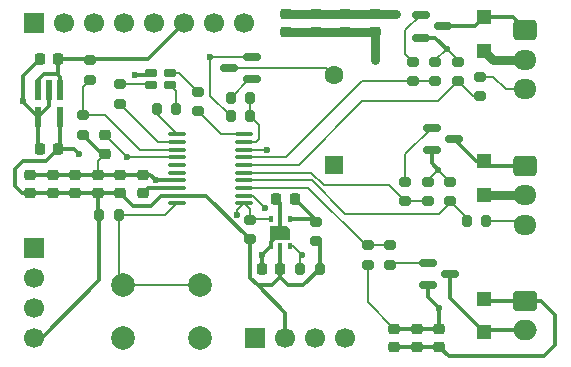
<source format=gtl>
%TF.GenerationSoftware,KiCad,Pcbnew,9.0.6*%
%TF.CreationDate,2025-11-13T00:04:26-05:00*%
%TF.ProjectId,mask-board,6d61736b-2d62-46f6-9172-642e6b696361,rev?*%
%TF.SameCoordinates,Original*%
%TF.FileFunction,Copper,L1,Top*%
%TF.FilePolarity,Positive*%
%FSLAX46Y46*%
G04 Gerber Fmt 4.6, Leading zero omitted, Abs format (unit mm)*
G04 Created by KiCad (PCBNEW 9.0.6) date 2025-11-13 00:04:26*
%MOMM*%
%LPD*%
G01*
G04 APERTURE LIST*
G04 Aperture macros list*
%AMRoundRect*
0 Rectangle with rounded corners*
0 $1 Rounding radius*
0 $2 $3 $4 $5 $6 $7 $8 $9 X,Y pos of 4 corners*
0 Add a 4 corners polygon primitive as box body*
4,1,4,$2,$3,$4,$5,$6,$7,$8,$9,$2,$3,0*
0 Add four circle primitives for the rounded corners*
1,1,$1+$1,$2,$3*
1,1,$1+$1,$4,$5*
1,1,$1+$1,$6,$7*
1,1,$1+$1,$8,$9*
0 Add four rect primitives between the rounded corners*
20,1,$1+$1,$2,$3,$4,$5,0*
20,1,$1+$1,$4,$5,$6,$7,0*
20,1,$1+$1,$6,$7,$8,$9,0*
20,1,$1+$1,$8,$9,$2,$3,0*%
%AMFreePoly0*
4,1,14,0.628536,0.853536,0.630000,0.850000,0.630000,-0.850000,0.628536,-0.853536,0.625000,-0.855000,-0.625000,-0.855000,-0.628536,-0.853536,-0.630000,-0.850000,-0.630000,0.550000,-0.628536,0.553536,-0.328536,0.853536,-0.325000,0.855000,0.625000,0.855000,0.628536,0.853536,0.628536,0.853536,$1*%
G04 Aperture macros list end*
%TA.AperFunction,SMDPad,CuDef*%
%ADD10RoundRect,0.200000X-0.200000X-0.275000X0.200000X-0.275000X0.200000X0.275000X-0.200000X0.275000X0*%
%TD*%
%TA.AperFunction,ComponentPad*%
%ADD11RoundRect,0.250000X0.725000X-0.600000X0.725000X0.600000X-0.725000X0.600000X-0.725000X-0.600000X0*%
%TD*%
%TA.AperFunction,ComponentPad*%
%ADD12O,1.950000X1.700000*%
%TD*%
%TA.AperFunction,SMDPad,CuDef*%
%ADD13RoundRect,0.200000X0.275000X-0.200000X0.275000X0.200000X-0.275000X0.200000X-0.275000X-0.200000X0*%
%TD*%
%TA.AperFunction,SMDPad,CuDef*%
%ADD14R,0.400000X0.550000*%
%TD*%
%TA.AperFunction,SMDPad,CuDef*%
%ADD15FreePoly0,270.000000*%
%TD*%
%TA.AperFunction,SMDPad,CuDef*%
%ADD16RoundRect,0.200000X-0.275000X0.200000X-0.275000X-0.200000X0.275000X-0.200000X0.275000X0.200000X0*%
%TD*%
%TA.AperFunction,SMDPad,CuDef*%
%ADD17RoundRect,0.225000X0.250000X-0.225000X0.250000X0.225000X-0.250000X0.225000X-0.250000X-0.225000X0*%
%TD*%
%TA.AperFunction,SMDPad,CuDef*%
%ADD18RoundRect,0.105000X0.395000X0.245000X-0.395000X0.245000X-0.395000X-0.245000X0.395000X-0.245000X0*%
%TD*%
%TA.AperFunction,SMDPad,CuDef*%
%ADD19RoundRect,0.225000X0.225000X0.250000X-0.225000X0.250000X-0.225000X-0.250000X0.225000X-0.250000X0*%
%TD*%
%TA.AperFunction,ComponentPad*%
%ADD20R,1.700000X1.700000*%
%TD*%
%TA.AperFunction,ComponentPad*%
%ADD21C,1.700000*%
%TD*%
%TA.AperFunction,SMDPad,CuDef*%
%ADD22R,1.200000X1.200000*%
%TD*%
%TA.AperFunction,SMDPad,CuDef*%
%ADD23RoundRect,0.200000X0.200000X0.275000X-0.200000X0.275000X-0.200000X-0.275000X0.200000X-0.275000X0*%
%TD*%
%TA.AperFunction,SMDPad,CuDef*%
%ADD24RoundRect,0.225000X-0.250000X0.225000X-0.250000X-0.225000X0.250000X-0.225000X0.250000X0.225000X0*%
%TD*%
%TA.AperFunction,SMDPad,CuDef*%
%ADD25RoundRect,0.150000X-0.587500X-0.150000X0.587500X-0.150000X0.587500X0.150000X-0.587500X0.150000X0*%
%TD*%
%TA.AperFunction,SMDPad,CuDef*%
%ADD26RoundRect,0.100000X-0.637500X-0.100000X0.637500X-0.100000X0.637500X0.100000X-0.637500X0.100000X0*%
%TD*%
%TA.AperFunction,SMDPad,CuDef*%
%ADD27RoundRect,0.225000X-0.225000X-0.250000X0.225000X-0.250000X0.225000X0.250000X-0.225000X0.250000X0*%
%TD*%
%TA.AperFunction,ComponentPad*%
%ADD28RoundRect,0.250000X0.750000X-0.600000X0.750000X0.600000X-0.750000X0.600000X-0.750000X-0.600000X0*%
%TD*%
%TA.AperFunction,ComponentPad*%
%ADD29O,2.000000X1.700000*%
%TD*%
%TA.AperFunction,ComponentPad*%
%ADD30R,1.600000X1.600000*%
%TD*%
%TA.AperFunction,ComponentPad*%
%ADD31C,1.600000*%
%TD*%
%TA.AperFunction,ComponentPad*%
%ADD32C,2.000000*%
%TD*%
%TA.AperFunction,SMDPad,CuDef*%
%ADD33R,0.612132X1.805236*%
%TD*%
%TA.AperFunction,SMDPad,CuDef*%
%ADD34RoundRect,0.150000X0.587500X0.150000X-0.587500X0.150000X-0.587500X-0.150000X0.587500X-0.150000X0*%
%TD*%
%TA.AperFunction,ViaPad*%
%ADD35C,0.600000*%
%TD*%
%TA.AperFunction,Conductor*%
%ADD36C,0.300000*%
%TD*%
%TA.AperFunction,Conductor*%
%ADD37C,0.780000*%
%TD*%
%TA.AperFunction,Conductor*%
%ADD38C,0.200000*%
%TD*%
G04 APERTURE END LIST*
D10*
%TO.P,R5,1*%
%TO.N,LED_GREEN*%
X133570000Y-86042500D03*
%TO.P,R5,2*%
%TO.N,Net-(D1-GK)*%
X135220000Y-86042500D03*
%TD*%
D11*
%TO.P,M1,1,-*%
%TO.N,Net-(D3-A)*%
X164782500Y-79375000D03*
D12*
%TO.P,M1,2,+*%
%TO.N,+5V*%
X164782500Y-81875000D03*
%TO.P,M1,3,Tacho*%
%TO.N,Net-(M1-Tacho)*%
X164782500Y-84375000D03*
%TD*%
D13*
%TO.P,R4,1*%
%TO.N,LED_RED*%
X130492500Y-85597500D03*
%TO.P,R4,2*%
%TO.N,Net-(D1-RK)*%
X130492500Y-83947500D03*
%TD*%
D14*
%TO.P,U3,1,VDD*%
%TO.N,Net-(U3-VDD)*%
X144818000Y-95370000D03*
%TO.P,U3,2,VSS*%
%TO.N,GND*%
X144018000Y-95370000D03*
%TO.P,U3,3,SDA*%
%TO.N,SDA*%
X143218000Y-95370000D03*
%TO.P,U3,4,N/A*%
%TO.N,GND*%
X143218000Y-97670000D03*
%TO.P,U3,5,VDDH*%
%TO.N,+3V3*%
X144018000Y-97670000D03*
%TO.P,U3,6,SCL*%
%TO.N,SCL*%
X144818000Y-97670000D03*
D15*
%TO.P,U3,7,EXP*%
%TO.N,GND*%
X144018000Y-96520000D03*
%TD*%
D16*
%TO.P,R1,1*%
%TO.N,Net-(U3-VDD)*%
X147028000Y-95575000D03*
%TO.P,R1,2*%
%TO.N,+3V3*%
X147028000Y-97225000D03*
%TD*%
D17*
%TO.P,C17,1*%
%TO.N,+3V3*%
X157480000Y-106185000D03*
%TO.P,C17,2*%
%TO.N,GND*%
X157480000Y-104635000D03*
%TD*%
D18*
%TO.P,D1,1,A*%
%TO.N,+3V3*%
X133087500Y-83002500D03*
%TO.P,D1,2,RK*%
%TO.N,Net-(D1-RK)*%
X133087500Y-84002500D03*
%TO.P,D1,3,GK*%
%TO.N,Net-(D1-GK)*%
X134687500Y-84002500D03*
%TO.P,D1,4,BK*%
%TO.N,Net-(D1-BK)*%
X134687500Y-83002500D03*
%TD*%
D19*
%TO.P,C2,1*%
%TO.N,+BATT*%
X125232501Y-81772501D03*
%TO.P,C2,2*%
%TO.N,GND*%
X123682501Y-81772501D03*
%TD*%
D20*
%TO.P,J2,1,GND*%
%TO.N,GND*%
X141922500Y-105410000D03*
D21*
%TO.P,J2,2,3V3*%
%TO.N,+3V3*%
X144462500Y-105410000D03*
%TO.P,J2,3,SDA*%
%TO.N,SDA*%
X147002500Y-105410000D03*
%TO.P,J2,4,SCL*%
%TO.N,SCL*%
X149542500Y-105410000D03*
%TD*%
D19*
%TO.P,C4,1*%
%TO.N,+3V3*%
X143993000Y-99575000D03*
%TO.P,C4,2*%
%TO.N,GND*%
X142443000Y-99575000D03*
%TD*%
D13*
%TO.P,R20,1*%
%TO.N,FAN_1_TACHO*%
X159067500Y-83692500D03*
%TO.P,R20,2*%
%TO.N,GND*%
X159067500Y-82042500D03*
%TD*%
D22*
%TO.P,D3,1,K*%
%TO.N,+5V*%
X161290000Y-81092500D03*
%TO.P,D3,2,A*%
%TO.N,Net-(D3-A)*%
X161290000Y-78292500D03*
%TD*%
D11*
%TO.P,M2,1,-*%
%TO.N,Net-(D4-A)*%
X164782500Y-90845000D03*
D12*
%TO.P,M2,2,+*%
%TO.N,+5V*%
X164782500Y-93345000D03*
%TO.P,M2,3,Tacho*%
%TO.N,Net-(M2-Tacho)*%
X164782500Y-95845000D03*
%TD*%
D10*
%TO.P,R7,1*%
%TO.N,+3V3*%
X128715000Y-94996000D03*
%TO.P,R7,2*%
%TO.N,Net-(U1-PA3)*%
X130365000Y-94996000D03*
%TD*%
D16*
%TO.P,R11,1*%
%TO.N,ERM_MOTOR*%
X153352500Y-97600000D03*
%TO.P,R11,2*%
%TO.N,Net-(Q2-G)*%
X153352500Y-99250000D03*
%TD*%
D23*
%TO.P,R16,1*%
%TO.N,BUZZER*%
X141477500Y-85090000D03*
%TO.P,R16,2*%
%TO.N,Net-(Q1-G)*%
X139827500Y-85090000D03*
%TD*%
D17*
%TO.P,C7,1*%
%TO.N,+3V3*%
X128587500Y-93145000D03*
%TO.P,C7,2*%
%TO.N,GND*%
X128587500Y-91595000D03*
%TD*%
D24*
%TO.P,C14,1*%
%TO.N,+5V*%
X149546000Y-77978000D03*
%TO.P,C14,2*%
%TO.N,GND*%
X149546000Y-79528000D03*
%TD*%
D13*
%TO.P,R15,1*%
%TO.N,FAN_2*%
X156527500Y-93852500D03*
%TO.P,R15,2*%
%TO.N,GND*%
X156527500Y-92202500D03*
%TD*%
D25*
%TO.P,Q4,1,G*%
%TO.N,Net-(Q4-G)*%
X156860000Y-87632500D03*
%TO.P,Q4,2,S*%
%TO.N,GND*%
X156860000Y-89532500D03*
%TO.P,Q4,3,D*%
%TO.N,Net-(D4-A)*%
X158735000Y-88582500D03*
%TD*%
%TO.P,Q3,1,G*%
%TO.N,Net-(Q3-G)*%
X155907500Y-78107500D03*
%TO.P,Q3,2,S*%
%TO.N,GND*%
X155907500Y-80007500D03*
%TO.P,Q3,3,D*%
%TO.N,Net-(D3-A)*%
X157782500Y-79057500D03*
%TD*%
D19*
%TO.P,C1,1*%
%TO.N,+3V3*%
X125232501Y-89392501D03*
%TO.P,C1,2*%
%TO.N,GND*%
X123682501Y-89392501D03*
%TD*%
D17*
%TO.P,C10,1*%
%TO.N,+3V3*%
X122872500Y-93145000D03*
%TO.P,C10,2*%
%TO.N,GND*%
X122872500Y-91595000D03*
%TD*%
D25*
%TO.P,Q2,1,G*%
%TO.N,Net-(Q2-G)*%
X156542500Y-99062500D03*
%TO.P,Q2,2,S*%
%TO.N,GND*%
X156542500Y-100962500D03*
%TO.P,Q2,3,D*%
%TO.N,Net-(D2-A)*%
X158417500Y-100012500D03*
%TD*%
D13*
%TO.P,R19,1*%
%TO.N,FAN_2_TACHO*%
X158432500Y-93852500D03*
%TO.P,R19,2*%
%TO.N,GND*%
X158432500Y-92202500D03*
%TD*%
D22*
%TO.P,D2,1,K*%
%TO.N,+3V3*%
X161290000Y-102105000D03*
%TO.P,D2,2,A*%
%TO.N,Net-(D2-A)*%
X161290000Y-104905000D03*
%TD*%
D24*
%TO.P,C13,1*%
%TO.N,+5V*%
X152056000Y-77978000D03*
%TO.P,C13,2*%
%TO.N,GND*%
X152056000Y-79528000D03*
%TD*%
%TO.P,C15,1*%
%TO.N,+5V*%
X147036000Y-77978000D03*
%TO.P,C15,2*%
%TO.N,GND*%
X147036000Y-79528000D03*
%TD*%
D26*
%TO.P,U1,1,PD4*%
%TO.N,LED_GREEN*%
X135250000Y-88175000D03*
%TO.P,U1,2,PD5*%
%TO.N,LED_RED*%
X135250000Y-88825000D03*
%TO.P,U1,3,PD6*%
%TO.N,Net-(U1-PD6)*%
X135250000Y-89475000D03*
%TO.P,U1,4,NRST*%
%TO.N,RESET*%
X135250000Y-90125000D03*
%TO.P,U1,5,PA1*%
%TO.N,unconnected-(U1-PA1-Pad5)*%
X135250000Y-90775000D03*
%TO.P,U1,6,PA2*%
%TO.N,unconnected-(U1-PA2-Pad6)*%
X135250000Y-91425000D03*
%TO.P,U1,7,VSS*%
%TO.N,GND*%
X135250000Y-92075000D03*
%TO.P,U1,8,VCAP*%
%TO.N,Net-(U1-VCAP)*%
X135250000Y-92725000D03*
%TO.P,U1,9,VDD*%
%TO.N,+3V3*%
X135250000Y-93375000D03*
%TO.P,U1,10,PA3*%
%TO.N,Net-(U1-PA3)*%
X135250000Y-94025000D03*
%TO.P,U1,11,PB5*%
%TO.N,SDA*%
X140975000Y-94025000D03*
%TO.P,U1,12,PB4*%
%TO.N,SCL*%
X140975000Y-93375000D03*
%TO.P,U1,13,PC3*%
%TO.N,ERM_MOTOR*%
X140975000Y-92725000D03*
%TO.P,U1,14,PC4*%
%TO.N,FAN_2_TACHO*%
X140975000Y-92075000D03*
%TO.P,U1,15,PC5*%
%TO.N,FAN_2*%
X140975000Y-91425000D03*
%TO.P,U1,16,PC6*%
%TO.N,FAN_1_TACHO*%
X140975000Y-90775000D03*
%TO.P,U1,17,PC7*%
%TO.N,FAN_1*%
X140975000Y-90125000D03*
%TO.P,U1,18,PD1*%
%TO.N,SWIM*%
X140975000Y-89475000D03*
%TO.P,U1,19,PD2*%
%TO.N,BUZZER*%
X140975000Y-88825000D03*
%TO.P,U1,20,PD3*%
%TO.N,LED_BLUE*%
X140975000Y-88175000D03*
%TD*%
D24*
%TO.P,C16,1*%
%TO.N,+5V*%
X144526000Y-77978000D03*
%TO.P,C16,2*%
%TO.N,GND*%
X144526000Y-79528000D03*
%TD*%
D17*
%TO.P,C18,1*%
%TO.N,+3V3*%
X153670000Y-106185000D03*
%TO.P,C18,2*%
%TO.N,GND*%
X153670000Y-104635000D03*
%TD*%
D27*
%TO.P,C3,1*%
%TO.N,GND*%
X143687500Y-93662500D03*
%TO.P,C3,2*%
%TO.N,Net-(U3-VDD)*%
X145237500Y-93662500D03*
%TD*%
D28*
%TO.P,M3,1,+*%
%TO.N,+3V3*%
X164782500Y-102275000D03*
D29*
%TO.P,M3,2,-*%
%TO.N,Net-(D2-A)*%
X164782500Y-104775000D03*
%TD*%
D30*
%TO.P,BZ1,1,+*%
%TO.N,+3V3*%
X148590000Y-90805000D03*
D31*
%TO.P,BZ1,2,-*%
%TO.N,Net-(BZ1--)*%
X148590000Y-83205000D03*
%TD*%
D17*
%TO.P,C6,1*%
%TO.N,+3V3*%
X130492500Y-93145000D03*
%TO.P,C6,2*%
%TO.N,GND*%
X130492500Y-91595000D03*
%TD*%
D10*
%TO.P,R18,1*%
%TO.N,FAN_2_TACHO*%
X159830000Y-95567500D03*
%TO.P,R18,2*%
%TO.N,Net-(M2-Tacho)*%
X161480000Y-95567500D03*
%TD*%
D13*
%TO.P,R13,1*%
%TO.N,FAN_1*%
X157162500Y-83692500D03*
%TO.P,R13,2*%
%TO.N,GND*%
X157162500Y-82042500D03*
%TD*%
D17*
%TO.P,C8,1*%
%TO.N,+3V3*%
X126682500Y-93145000D03*
%TO.P,C8,2*%
%TO.N,GND*%
X126682500Y-91595000D03*
%TD*%
D22*
%TO.P,D4,1,K*%
%TO.N,+5V*%
X161290000Y-93287500D03*
%TO.P,D4,2,A*%
%TO.N,Net-(D4-A)*%
X161290000Y-90487500D03*
%TD*%
D13*
%TO.P,R12,1*%
%TO.N,FAN_1*%
X155257500Y-83692500D03*
%TO.P,R12,2*%
%TO.N,Net-(Q3-G)*%
X155257500Y-82042500D03*
%TD*%
D32*
%TO.P,SW1,1,1*%
%TO.N,GND*%
X137235000Y-105465000D03*
X130735000Y-105465000D03*
%TO.P,SW1,2,2*%
%TO.N,Net-(U1-PA3)*%
X137235000Y-100965000D03*
X130735000Y-100965000D03*
%TD*%
D23*
%TO.P,R17,1*%
%TO.N,BUZZER*%
X141477500Y-86677500D03*
%TO.P,R17,2*%
%TO.N,GND*%
X139827500Y-86677500D03*
%TD*%
D33*
%TO.P,U2,1,IN*%
%TO.N,+BATT*%
X125407502Y-84432018D03*
%TO.P,U2,2,GND*%
%TO.N,GND*%
X124457501Y-84432018D03*
%TO.P,U2,3,EN*%
%TO.N,+BATT*%
X123507500Y-84432018D03*
%TO.P,U2,4,NC*%
%TO.N,GND*%
X123507500Y-86732984D03*
%TO.P,U2,5,OUT*%
%TO.N,+3V3*%
X125407502Y-86732984D03*
%TD*%
D13*
%TO.P,R9,1*%
%TO.N,Net-(U1-PD6)*%
X127952500Y-83565000D03*
%TO.P,R9,2*%
%TO.N,+BATT*%
X127952500Y-81915000D03*
%TD*%
D17*
%TO.P,C5,1*%
%TO.N,Net-(U1-VCAP)*%
X132397500Y-93145000D03*
%TO.P,C5,2*%
%TO.N,GND*%
X132397500Y-91595000D03*
%TD*%
D13*
%TO.P,R21,1*%
%TO.N,FAN_1_TACHO*%
X160972500Y-84962500D03*
%TO.P,R21,2*%
%TO.N,Net-(M1-Tacho)*%
X160972500Y-83312500D03*
%TD*%
D17*
%TO.P,C9,1*%
%TO.N,+3V3*%
X124777500Y-93145000D03*
%TO.P,C9,2*%
%TO.N,GND*%
X124777500Y-91595000D03*
%TD*%
D24*
%TO.P,C11,1*%
%TO.N,RESET*%
X129215000Y-88280000D03*
%TO.P,C11,2*%
%TO.N,GND*%
X129215000Y-89830000D03*
%TD*%
D23*
%TO.P,R3,1*%
%TO.N,+3V3*%
X147383000Y-99575000D03*
%TO.P,R3,2*%
%TO.N,SCL*%
X145733000Y-99575000D03*
%TD*%
D17*
%TO.P,C19,1*%
%TO.N,+3V3*%
X155575000Y-106185000D03*
%TO.P,C19,2*%
%TO.N,GND*%
X155575000Y-104635000D03*
%TD*%
D20*
%TO.P,J1,1,RST*%
%TO.N,RESET*%
X123190000Y-97790000D03*
D21*
%TO.P,J1,2,GND*%
%TO.N,GND*%
X123190000Y-100330000D03*
%TO.P,J1,3,SWIM*%
%TO.N,SWIM*%
X123190000Y-102870000D03*
%TO.P,J1,4,3V3*%
%TO.N,+3V3*%
X123190000Y-105410000D03*
%TD*%
D16*
%TO.P,R8,1*%
%TO.N,Net-(U1-PD6)*%
X127310000Y-86572500D03*
%TO.P,R8,2*%
%TO.N,GND*%
X127310000Y-88222500D03*
%TD*%
%TO.P,R10,1*%
%TO.N,ERM_MOTOR*%
X151447500Y-97600000D03*
%TO.P,R10,2*%
%TO.N,GND*%
X151447500Y-99250000D03*
%TD*%
D13*
%TO.P,R2,1*%
%TO.N,+3V3*%
X141478000Y-97091000D03*
%TO.P,R2,2*%
%TO.N,SDA*%
X141478000Y-95441000D03*
%TD*%
D34*
%TO.P,Q1,1,G*%
%TO.N,Net-(Q1-G)*%
X141605000Y-83502500D03*
%TO.P,Q1,2,S*%
%TO.N,GND*%
X141605000Y-81602500D03*
%TO.P,Q1,3,D*%
%TO.N,Net-(BZ1--)*%
X139730000Y-82552500D03*
%TD*%
D13*
%TO.P,R6,1*%
%TO.N,LED_BLUE*%
X137062500Y-86232500D03*
%TO.P,R6,2*%
%TO.N,Net-(D1-BK)*%
X137062500Y-84582500D03*
%TD*%
%TO.P,R14,1*%
%TO.N,FAN_2*%
X154622500Y-93852500D03*
%TO.P,R14,2*%
%TO.N,Net-(Q4-G)*%
X154622500Y-92202500D03*
%TD*%
D20*
%TO.P,A1,1,VIN*%
%TO.N,unconnected-(A1-VIN-Pad1)*%
X123190000Y-78740000D03*
D21*
%TO.P,A1,2,VU*%
%TO.N,unconnected-(A1-VU-Pad2)*%
X125730000Y-78740000D03*
%TO.P,A1,3,D-*%
%TO.N,unconnected-(A1-D--Pad3)*%
X128270000Y-78740000D03*
%TO.P,A1,4,D+*%
%TO.N,unconnected-(A1-D+-Pad4)*%
X130810000Y-78740000D03*
%TO.P,A1,5,GND*%
%TO.N,GND*%
X133350000Y-78740000D03*
%TO.P,A1,6,BAT*%
%TO.N,+BATT*%
X135890000Y-78740000D03*
%TO.P,A1,7,5V*%
%TO.N,+5V*%
X138430000Y-78740000D03*
%TO.P,A1,8,EN*%
%TO.N,unconnected-(A1-EN-Pad8)*%
X140970000Y-78740000D03*
%TD*%
D35*
%TO.N,+5V*%
X153797000Y-77978000D03*
%TO.N,GND*%
X157480000Y-102870000D03*
X122237500Y-85407500D03*
X138112500Y-81602500D03*
X158115000Y-80962500D03*
X157416500Y-91185500D03*
X152056000Y-81898000D03*
X133512500Y-92075000D03*
X142443000Y-98445000D03*
%TO.N,+3V3*%
X127000000Y-89852500D03*
X131752500Y-83195000D03*
%TO.N,RESET*%
X131060000Y-90125000D03*
%TO.N,SWIM*%
X142912500Y-89475000D03*
%TO.N,SCL*%
X142748000Y-94386400D03*
X145900500Y-98447500D03*
%TO.N,SDA*%
X140382120Y-94996000D03*
%TD*%
D36*
%TO.N,+BATT*%
X125407502Y-83329400D02*
X125407502Y-84432018D01*
X132857499Y-81772501D02*
X135890000Y-78740000D01*
X123507500Y-84432018D02*
X123507500Y-83571335D01*
X125232501Y-83154399D02*
X125232501Y-81772501D01*
X125232501Y-83154399D02*
X125407502Y-83329400D01*
X125232501Y-81772501D02*
X132857499Y-81772501D01*
X125120603Y-83042501D02*
X125232501Y-83154399D01*
X123507500Y-83571335D02*
X124036334Y-83042501D01*
X124036334Y-83042501D02*
X125120603Y-83042501D01*
D37*
%TO.N,+5V*%
X152056000Y-77978000D02*
X144526000Y-77978000D01*
X161347500Y-93345000D02*
X161290000Y-93287500D01*
X152056000Y-77978000D02*
X153797000Y-77978000D01*
X164782500Y-93345000D02*
X161347500Y-93345000D01*
X162072500Y-81875000D02*
X161290000Y-81092500D01*
X164782500Y-81875000D02*
X162072500Y-81875000D01*
D38*
%TO.N,GND*%
X151447500Y-102412500D02*
X153670000Y-104635000D01*
D36*
X156860000Y-89532500D02*
X156860000Y-90629000D01*
X132397500Y-91595000D02*
X122872500Y-91595000D01*
D38*
X138112500Y-84962500D02*
X139827500Y-86677500D01*
X138112500Y-81602500D02*
X138112500Y-84962500D01*
D36*
X153670000Y-104635000D02*
X157480000Y-104635000D01*
X128917500Y-89830000D02*
X129215000Y-89830000D01*
X133032500Y-91595000D02*
X133512500Y-92075000D01*
D38*
X141605000Y-81602500D02*
X138112500Y-81602500D01*
D36*
X157160000Y-80007500D02*
X158115000Y-80962500D01*
D37*
X144526000Y-79528000D02*
X152056000Y-79528000D01*
D38*
X157162500Y-82042500D02*
X157162500Y-81915000D01*
D36*
X155907500Y-80007500D02*
X157160000Y-80007500D01*
X127310000Y-88222500D02*
X128917500Y-89830000D01*
X142443000Y-99575000D02*
X142443000Y-98445000D01*
D38*
X143687500Y-93662500D02*
X144018000Y-93993000D01*
X156527500Y-92074500D02*
X157416500Y-91185500D01*
D36*
X132397500Y-91595000D02*
X133032500Y-91595000D01*
X144018000Y-96520000D02*
X143218000Y-97320000D01*
X123507500Y-86732984D02*
X124457501Y-85782983D01*
X122237500Y-85462984D02*
X123507500Y-86732984D01*
D38*
X159067500Y-82042500D02*
X159067500Y-81915000D01*
X128587500Y-91595000D02*
X128587500Y-90457500D01*
D36*
X157480000Y-102870000D02*
X157480000Y-104635000D01*
X124457501Y-85782983D02*
X124457501Y-84432018D01*
X135250000Y-92075000D02*
X133512500Y-92075000D01*
D38*
X128587500Y-90457500D02*
X129215000Y-89830000D01*
D36*
X144018000Y-95370000D02*
X144018000Y-96520000D01*
D37*
X152056000Y-79528000D02*
X152056000Y-81898000D01*
D36*
X156542500Y-100962500D02*
X156542500Y-101932500D01*
D38*
X151447500Y-99250000D02*
X151447500Y-102412500D01*
D36*
X123507500Y-86732984D02*
X123507500Y-89217500D01*
D38*
X157162500Y-81915000D02*
X158115000Y-80962500D01*
D36*
X122237500Y-85407500D02*
X122237500Y-83217502D01*
D38*
X157416500Y-91186500D02*
X158432500Y-92202500D01*
X159067500Y-81915000D02*
X158115000Y-80962500D01*
D36*
X156860000Y-90629000D02*
X157416500Y-91185500D01*
X122237500Y-85407500D02*
X122237500Y-85462984D01*
D38*
X156527500Y-92202500D02*
X156527500Y-92074500D01*
X157416500Y-91185500D02*
X157416500Y-91186500D01*
D36*
X156542500Y-101932500D02*
X157480000Y-102870000D01*
X143218000Y-97320000D02*
X143218000Y-97670000D01*
X123507500Y-89217500D02*
X123682501Y-89392501D01*
X122237500Y-83217502D02*
X123682501Y-81772501D01*
X144018000Y-93993000D02*
X144018000Y-95370000D01*
X142443000Y-98445000D02*
X143218000Y-97670000D01*
%TO.N,+3V3*%
X128587500Y-94868500D02*
X128715000Y-94996000D01*
X141478000Y-100330000D02*
X142113000Y-100965000D01*
X123825000Y-105410000D02*
X128715000Y-100520000D01*
X130492500Y-93145000D02*
X122872500Y-93145000D01*
X125407502Y-86732984D02*
X125407502Y-89217500D01*
X126540001Y-89392501D02*
X127000000Y-89852500D01*
X167322500Y-103505000D02*
X167322500Y-106045000D01*
X145993000Y-100965000D02*
X144675500Y-100965000D01*
X147383000Y-97580000D02*
X147028000Y-97225000D01*
X147383000Y-99575000D02*
X145993000Y-100965000D01*
X141478000Y-97567500D02*
X141478000Y-100330000D01*
X123190000Y-105410000D02*
X123825000Y-105410000D01*
X142113000Y-100965000D02*
X143310500Y-100965000D01*
X122872500Y-93145000D02*
X122183750Y-93145000D01*
X131752500Y-83195000D02*
X132895000Y-83195000D01*
X143310500Y-100965000D02*
X143993000Y-100282500D01*
X130492500Y-93145000D02*
X131581500Y-94234000D01*
X144018000Y-97670000D02*
X144018000Y-99550000D01*
X147383000Y-99575000D02*
X147383000Y-97580000D01*
X121602500Y-92563750D02*
X121602500Y-91122500D01*
X125407502Y-89217500D02*
X125232501Y-89392501D01*
X122260000Y-90465000D02*
X124160002Y-90465000D01*
X164782500Y-102275000D02*
X166092500Y-102275000D01*
X167322500Y-106045000D02*
X166370000Y-106997500D01*
X164782500Y-102275000D02*
X161460000Y-102275000D01*
X137762000Y-93375000D02*
X135250000Y-93375000D01*
X121602500Y-91122500D02*
X122260000Y-90465000D01*
X133932500Y-93375000D02*
X135250000Y-93375000D01*
X125232501Y-89392501D02*
X126540001Y-89392501D01*
X166092500Y-102275000D02*
X167322500Y-103505000D01*
X144675500Y-100965000D02*
X143993000Y-100282500D01*
X157480000Y-106185000D02*
X153670000Y-106185000D01*
X144018000Y-99550000D02*
X143993000Y-99575000D01*
X161460000Y-102275000D02*
X161290000Y-102105000D01*
X124160002Y-90465000D02*
X125232501Y-89392501D01*
X158292500Y-106997500D02*
X157480000Y-106185000D01*
X141478000Y-97091000D02*
X137762000Y-93375000D01*
X131581500Y-94234000D02*
X133073500Y-94234000D01*
X142113000Y-100965000D02*
X144462500Y-103314500D01*
X166370000Y-106997500D02*
X158292500Y-106997500D01*
X132895000Y-83195000D02*
X133087500Y-83002500D01*
X144462500Y-103314500D02*
X144462500Y-105410000D01*
X133073500Y-94234000D02*
X133932500Y-93375000D01*
X128715000Y-100520000D02*
X128715000Y-94996000D01*
X128587500Y-93145000D02*
X128587500Y-94868500D01*
X122183750Y-93145000D02*
X121602500Y-92563750D01*
X143993000Y-100282500D02*
X143993000Y-99575000D01*
D38*
%TO.N,Net-(BZ1--)*%
X147937500Y-82552500D02*
X148590000Y-83205000D01*
X139730000Y-82552500D02*
X147937500Y-82552500D01*
D36*
%TO.N,Net-(U3-VDD)*%
X147028000Y-95575000D02*
X147028000Y-95453000D01*
X147028000Y-95453000D02*
X145237500Y-93662500D01*
X146823000Y-95370000D02*
X147028000Y-95575000D01*
X144818000Y-95370000D02*
X146823000Y-95370000D01*
%TO.N,Net-(U1-VCAP)*%
X132817500Y-92725000D02*
X135250000Y-92725000D01*
X132397500Y-93145000D02*
X132817500Y-92725000D01*
D38*
%TO.N,RESET*%
X131060000Y-90125000D02*
X129215000Y-88280000D01*
X135250000Y-90125000D02*
X131060000Y-90125000D01*
%TO.N,Net-(D1-RK)*%
X133032500Y-83947500D02*
X133087500Y-84002500D01*
X130492500Y-83947500D02*
X133032500Y-83947500D01*
%TO.N,Net-(D1-BK)*%
X135482500Y-83002500D02*
X134687500Y-83002500D01*
X137062500Y-84582500D02*
X135482500Y-83002500D01*
%TO.N,Net-(D1-GK)*%
X135220000Y-84535000D02*
X134687500Y-84002500D01*
X135220000Y-86042500D02*
X135220000Y-84535000D01*
%TO.N,SWIM*%
X140975000Y-89475000D02*
X142912500Y-89475000D01*
%TO.N,SCL*%
X145123000Y-97670000D02*
X144818000Y-97670000D01*
X145900500Y-98447500D02*
X145123000Y-97670000D01*
X145733000Y-98615000D02*
X145900500Y-98447500D01*
X141736600Y-93375000D02*
X140975000Y-93375000D01*
X145733000Y-99575000D02*
X145733000Y-98615000D01*
X142748000Y-94386400D02*
X141736600Y-93375000D01*
%TO.N,SDA*%
X140382120Y-94617880D02*
X140975000Y-94025000D01*
X143218000Y-95370000D02*
X141549000Y-95370000D01*
X140382120Y-94996000D02*
X140382120Y-94617880D01*
X141478000Y-95441000D02*
X141478000Y-94528000D01*
X141478000Y-94528000D02*
X140975000Y-94025000D01*
X141549000Y-95370000D02*
X141478000Y-95441000D01*
%TO.N,Net-(M1-Tacho)*%
X164782500Y-84375000D02*
X163115000Y-84375000D01*
X163115000Y-84375000D02*
X162052500Y-83312500D01*
X162052500Y-83312500D02*
X160972500Y-83312500D01*
D36*
%TO.N,Net-(D3-A)*%
X157782500Y-79057500D02*
X160525000Y-79057500D01*
X161290000Y-78292500D02*
X163700000Y-78292500D01*
X163700000Y-78292500D02*
X164782500Y-79375000D01*
X160525000Y-79057500D02*
X161290000Y-78292500D01*
%TO.N,Net-(D4-A)*%
X158735000Y-88582500D02*
X160640000Y-90487500D01*
X164782500Y-90845000D02*
X161647500Y-90845000D01*
X161647500Y-90845000D02*
X161290000Y-90487500D01*
X160640000Y-90487500D02*
X161290000Y-90487500D01*
D38*
%TO.N,Net-(M2-Tacho)*%
X164505000Y-95567500D02*
X164782500Y-95845000D01*
X161480000Y-95567500D02*
X164505000Y-95567500D01*
D36*
%TO.N,Net-(D2-A)*%
X161420000Y-104775000D02*
X161290000Y-104905000D01*
X158417500Y-102032500D02*
X161290000Y-104905000D01*
X158417500Y-100012500D02*
X158417500Y-102032500D01*
X164782500Y-104775000D02*
X161420000Y-104775000D01*
D38*
%TO.N,Net-(Q1-G)*%
X141605000Y-83502500D02*
X141415000Y-83502500D01*
X141415000Y-83502500D02*
X139827500Y-85090000D01*
%TO.N,Net-(Q2-G)*%
X153540000Y-99062500D02*
X153352500Y-99250000D01*
X156542500Y-99062500D02*
X153540000Y-99062500D01*
%TO.N,Net-(Q3-G)*%
X155257500Y-82042500D02*
X154622500Y-81407500D01*
X154622500Y-79392500D02*
X155907500Y-78107500D01*
X154622500Y-81407500D02*
X154622500Y-79392500D01*
%TO.N,Net-(Q4-G)*%
X156860000Y-87632500D02*
X154622500Y-89870000D01*
X154622500Y-89870000D02*
X154622500Y-92202500D01*
%TO.N,LED_RED*%
X135250000Y-88825000D02*
X133720000Y-88825000D01*
X133720000Y-88825000D02*
X130492500Y-85597500D01*
%TO.N,LED_GREEN*%
X133570000Y-86042500D02*
X133570000Y-86495000D01*
X133570000Y-86495000D02*
X135250000Y-88175000D01*
%TO.N,LED_BLUE*%
X139005000Y-88175000D02*
X137062500Y-86232500D01*
X140975000Y-88175000D02*
X139005000Y-88175000D01*
%TO.N,ERM_MOTOR*%
X151447500Y-97600000D02*
X153352500Y-97600000D01*
X151257500Y-97600000D02*
X151447500Y-97600000D01*
X146382500Y-92725000D02*
X151257500Y-97600000D01*
X140975000Y-92725000D02*
X146382500Y-92725000D01*
%TO.N,FAN_1*%
X140975000Y-90125000D02*
X144507500Y-90125000D01*
X155257500Y-83692500D02*
X157162500Y-83692500D01*
X150940000Y-83692500D02*
X155257500Y-83692500D01*
X144507500Y-90125000D02*
X150940000Y-83692500D01*
%TO.N,FAN_2*%
X147694000Y-92449000D02*
X146670000Y-91425000D01*
X153219000Y-92449000D02*
X147694000Y-92449000D01*
X146670000Y-91425000D02*
X140975000Y-91425000D01*
X156527500Y-93852500D02*
X154622500Y-93852500D01*
X154622500Y-93852500D02*
X153219000Y-92449000D01*
%TO.N,BUZZER*%
X142240000Y-88582500D02*
X142240000Y-87440000D01*
X141997500Y-88825000D02*
X142240000Y-88582500D01*
X141477500Y-86677500D02*
X141477500Y-85090000D01*
X140975000Y-88825000D02*
X141997500Y-88825000D01*
X142240000Y-87440000D02*
X141477500Y-86677500D01*
%TO.N,FAN_2_TACHO*%
X159830000Y-95250000D02*
X158432500Y-93852500D01*
X157480000Y-94932500D02*
X149542500Y-94932500D01*
X159830000Y-95567500D02*
X159830000Y-95250000D01*
X158432500Y-93852500D02*
X158432500Y-93980000D01*
X149542500Y-94932500D02*
X146685000Y-92075000D01*
X146685000Y-92075000D02*
X140975000Y-92075000D01*
X158432500Y-93980000D02*
X157480000Y-94932500D01*
%TO.N,FAN_1_TACHO*%
X145614000Y-90775000D02*
X150981500Y-85407500D01*
X160337500Y-84962500D02*
X159067500Y-83692500D01*
X160972500Y-84962500D02*
X160337500Y-84962500D01*
X150981500Y-85407500D02*
X157352500Y-85407500D01*
X140975000Y-90775000D02*
X145614000Y-90775000D01*
X157352500Y-85407500D02*
X159067500Y-83692500D01*
%TO.N,Net-(U1-PD6)*%
X127310000Y-84207500D02*
X127952500Y-83565000D01*
X129222500Y-86572500D02*
X127310000Y-86572500D01*
X127310000Y-86572500D02*
X127310000Y-84207500D01*
X135250000Y-89475000D02*
X132125000Y-89475000D01*
X132125000Y-89475000D02*
X129222500Y-86572500D01*
%TO.N,Net-(U1-PA3)*%
X134279000Y-94996000D02*
X135250000Y-94025000D01*
X130365000Y-100595000D02*
X130735000Y-100965000D01*
X130365000Y-94996000D02*
X130365000Y-100595000D01*
X137235000Y-100965000D02*
X130735000Y-100965000D01*
X130365000Y-94996000D02*
X134279000Y-94996000D01*
%TD*%
M02*

</source>
